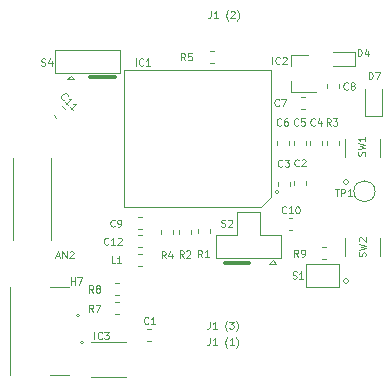
<source format=gbr>
%TF.GenerationSoftware,KiCad,Pcbnew,(5.1.8)-1*%
%TF.CreationDate,2021-03-28T09:39:19+02:00*%
%TF.ProjectId,KETCube_mainboard,4b455443-7562-4655-9f6d-61696e626f61,I*%
%TF.SameCoordinates,Original*%
%TF.FileFunction,Legend,Top*%
%TF.FilePolarity,Positive*%
%FSLAX46Y46*%
G04 Gerber Fmt 4.6, Leading zero omitted, Abs format (unit mm)*
G04 Created by KiCad (PCBNEW (5.1.8)-1) date 2021-03-28 09:39:19*
%MOMM*%
%LPD*%
G01*
G04 APERTURE LIST*
%ADD10C,0.300000*%
%ADD11C,0.120000*%
%ADD12C,0.100000*%
G04 APERTURE END LIST*
D10*
X149948900Y-104470200D02*
X152044400Y-104470200D01*
X138518900Y-88785700D02*
X140677900Y-88785700D01*
D11*
%TO.C,D4*%
X161004900Y-87798200D02*
X161004900Y-86598200D01*
X159154900Y-87798200D02*
X161004900Y-87798200D01*
X159154900Y-86598200D02*
X161004900Y-86598200D01*
%TO.C,IC1*%
X141397660Y-88202860D02*
X141397660Y-99802860D01*
X141397660Y-99802860D02*
X153007060Y-99802860D01*
X153897660Y-98905060D02*
X153897660Y-88202860D01*
X154547660Y-98502860D02*
G75*
G03*
X154547660Y-98502860I-150000J0D01*
G01*
X141397660Y-88202860D02*
X153897660Y-88202860D01*
X153896060Y-98905060D02*
X153007060Y-99794060D01*
%TO.C,C4*%
X158205900Y-94472979D02*
X158205900Y-94147421D01*
X157185900Y-94472979D02*
X157185900Y-94147421D01*
%TO.C,IC3*%
X138606400Y-111161700D02*
X141606400Y-111161700D01*
X141606400Y-114161700D02*
X138606400Y-114161700D01*
X138016600Y-111239300D02*
G75*
G03*
X138016600Y-111239300I-120000J0D01*
G01*
%TO.C,TP1*%
X162691400Y-98440200D02*
G75*
G03*
X162691400Y-98440200I-900000J0D01*
G01*
%TO.C,D7*%
X163320400Y-92048700D02*
X163320400Y-89763700D01*
X161850400Y-92048700D02*
X163320400Y-92048700D01*
X161850400Y-89763700D02*
X161850400Y-92048700D01*
%TO.C,SW2*%
X160433460Y-106016660D02*
G75*
G03*
X160433460Y-106016660I-200000J0D01*
G01*
X163067660Y-102412860D02*
X163067660Y-103880860D01*
X160167660Y-103880860D02*
X160167660Y-102412860D01*
%TO.C,SW1*%
X160433460Y-97634660D02*
G75*
G03*
X160433460Y-97634660I-200000J0D01*
G01*
X163067660Y-94030860D02*
X163067660Y-95498860D01*
X160167660Y-95498860D02*
X160167660Y-94030860D01*
%TO.C,S4*%
X135578400Y-86452200D02*
X141078400Y-86452200D01*
X141078400Y-86452200D02*
X141078400Y-88402200D01*
X141078400Y-88402200D02*
X135578400Y-88402200D01*
X135578400Y-88402200D02*
X135578400Y-86452200D01*
X136928400Y-88652200D02*
X136628400Y-88952200D01*
X136628400Y-88952200D02*
X137228400Y-88952200D01*
X137228400Y-88952200D02*
X136928400Y-88652200D01*
%TO.C,S2*%
X154309900Y-104573200D02*
X154009900Y-104273200D01*
X153709900Y-104573200D02*
X154309900Y-104573200D01*
X154009900Y-104273200D02*
X153709900Y-104573200D01*
X154730900Y-102123200D02*
X154730900Y-104073200D01*
X149230900Y-104073200D02*
X149230900Y-102123200D01*
X154730900Y-104073200D02*
X149230900Y-104073200D01*
X150980900Y-102123200D02*
X150980900Y-100149200D01*
X150980900Y-100149200D02*
X152980900Y-100149200D01*
X152980900Y-100149200D02*
X152980900Y-102123200D01*
X150980900Y-102123200D02*
X149230900Y-102123200D01*
X154730900Y-102123200D02*
X152980900Y-102123200D01*
%TO.C,S1*%
X156803900Y-106549700D02*
X156803900Y-104549700D01*
X159603900Y-106549700D02*
X156803900Y-106549700D01*
X159603900Y-104549700D02*
X159603900Y-106549700D01*
X156803900Y-104549700D02*
X159603900Y-104549700D01*
%TO.C,R9*%
X158231621Y-103144860D02*
X158557179Y-103144860D01*
X158231621Y-104164860D02*
X158557179Y-104164860D01*
%TO.C,R8*%
X141005779Y-107215400D02*
X140680221Y-107215400D01*
X141005779Y-106195400D02*
X140680221Y-106195400D01*
%TO.C,R7*%
X141031179Y-108790200D02*
X140705621Y-108790200D01*
X141031179Y-107770200D02*
X140705621Y-107770200D01*
%TO.C,R5*%
X149032179Y-87581200D02*
X148706621Y-87581200D01*
X149032179Y-86561200D02*
X148706621Y-86561200D01*
%TO.C,R4*%
X144549400Y-102029479D02*
X144549400Y-101703921D01*
X145569400Y-102029479D02*
X145569400Y-101703921D01*
%TO.C,R3*%
X159602900Y-94147421D02*
X159602900Y-94472979D01*
X158582900Y-94147421D02*
X158582900Y-94472979D01*
%TO.C,R2*%
X146073400Y-102039639D02*
X146073400Y-101714081D01*
X147093400Y-102039639D02*
X147093400Y-101714081D01*
%TO.C,R1*%
X148744400Y-101665921D02*
X148744400Y-101991479D01*
X147724400Y-101665921D02*
X147724400Y-101991479D01*
%TO.C,L1*%
X142658881Y-104777000D02*
X142984439Y-104777000D01*
X142658881Y-103757000D02*
X142984439Y-103757000D01*
%TO.C,IC2*%
X155538900Y-86888200D02*
X156998900Y-86888200D01*
X155538900Y-90048200D02*
X157698900Y-90048200D01*
X155538900Y-90048200D02*
X155538900Y-89118200D01*
X155538900Y-86888200D02*
X155538900Y-87818200D01*
%TO.C,H7*%
X136787660Y-114008860D02*
X135160660Y-114008860D01*
X136787660Y-106508860D02*
X135160660Y-106508860D01*
X131787660Y-114008860D02*
X131787660Y-106508860D01*
X137641260Y-108958860D02*
G75*
G02*
X137441260Y-108958860I-100000J0D01*
G01*
X137441260Y-108958860D02*
G75*
G02*
X137641260Y-108958860I100000J0D01*
G01*
%TO.C,C12*%
X142658881Y-103148860D02*
X142984439Y-103148860D01*
X142658881Y-102128860D02*
X142984439Y-102128860D01*
%TO.C,C11*%
X135487933Y-91962382D02*
X135718138Y-92192587D01*
X136209182Y-91241133D02*
X136439387Y-91471338D01*
%TO.C,C10*%
X155699679Y-100658200D02*
X155374121Y-100658200D01*
X155699679Y-101678200D02*
X155374121Y-101678200D01*
%TO.C,C9*%
X142658881Y-101624860D02*
X142984439Y-101624860D01*
X142658881Y-100604860D02*
X142984439Y-100604860D01*
%TO.C,C8*%
X158646400Y-89321421D02*
X158646400Y-89646979D01*
X159666400Y-89321421D02*
X159666400Y-89646979D01*
%TO.C,C7*%
X156453621Y-91454700D02*
X156779179Y-91454700D01*
X156453621Y-90434700D02*
X156779179Y-90434700D01*
%TO.C,C6*%
X155411900Y-94472979D02*
X155411900Y-94147421D01*
X154391900Y-94472979D02*
X154391900Y-94147421D01*
%TO.C,C5*%
X156808900Y-94472979D02*
X156808900Y-94147421D01*
X155788900Y-94472979D02*
X155788900Y-94147421D01*
%TO.C,C3*%
X154480800Y-97639921D02*
X154480800Y-97965479D01*
X155500800Y-97639921D02*
X155500800Y-97965479D01*
%TO.C,C2*%
X155827000Y-97601821D02*
X155827000Y-97927379D01*
X156847000Y-97601821D02*
X156847000Y-97927379D01*
%TO.C,C1*%
X143698179Y-110081600D02*
X143372621Y-110081600D01*
X143698179Y-111101600D02*
X143372621Y-111101600D01*
%TO.C,AN2*%
X135277660Y-102582860D02*
X135277660Y-95582860D01*
X132077660Y-102582860D02*
X132077660Y-95582860D01*
%TO.C,D4*%
D12*
X161228142Y-86987028D02*
X161228142Y-86387028D01*
X161371000Y-86387028D01*
X161456714Y-86415600D01*
X161513857Y-86472742D01*
X161542428Y-86529885D01*
X161571000Y-86644171D01*
X161571000Y-86729885D01*
X161542428Y-86844171D01*
X161513857Y-86901314D01*
X161456714Y-86958457D01*
X161371000Y-86987028D01*
X161228142Y-86987028D01*
X162085285Y-86587028D02*
X162085285Y-86987028D01*
X161942428Y-86358457D02*
X161799571Y-86787028D01*
X162171000Y-86787028D01*
%TO.C,IC1*%
X142441685Y-87787128D02*
X142441685Y-87187128D01*
X143070257Y-87729985D02*
X143041685Y-87758557D01*
X142955971Y-87787128D01*
X142898828Y-87787128D01*
X142813114Y-87758557D01*
X142755971Y-87701414D01*
X142727400Y-87644271D01*
X142698828Y-87529985D01*
X142698828Y-87444271D01*
X142727400Y-87329985D01*
X142755971Y-87272842D01*
X142813114Y-87215700D01*
X142898828Y-87187128D01*
X142955971Y-87187128D01*
X143041685Y-87215700D01*
X143070257Y-87244271D01*
X143641685Y-87787128D02*
X143298828Y-87787128D01*
X143470257Y-87787128D02*
X143470257Y-87187128D01*
X143413114Y-87272842D01*
X143355971Y-87329985D01*
X143298828Y-87358557D01*
%TO.C,J1*%
X148685714Y-110871428D02*
X148685714Y-111300000D01*
X148657142Y-111385714D01*
X148600000Y-111442857D01*
X148514285Y-111471428D01*
X148457142Y-111471428D01*
X149285714Y-111471428D02*
X148942857Y-111471428D01*
X149114285Y-111471428D02*
X149114285Y-110871428D01*
X149057142Y-110957142D01*
X149000000Y-111014285D01*
X148942857Y-111042857D01*
X150171428Y-111700000D02*
X150142857Y-111671428D01*
X150085714Y-111585714D01*
X150057142Y-111528571D01*
X150028571Y-111442857D01*
X150000000Y-111300000D01*
X150000000Y-111185714D01*
X150028571Y-111042857D01*
X150057142Y-110957142D01*
X150085714Y-110900000D01*
X150142857Y-110814285D01*
X150171428Y-110785714D01*
X150714285Y-111471428D02*
X150371428Y-111471428D01*
X150542857Y-111471428D02*
X150542857Y-110871428D01*
X150485714Y-110957142D01*
X150428571Y-111014285D01*
X150371428Y-111042857D01*
X150914285Y-111700000D02*
X150942857Y-111671428D01*
X151000000Y-111585714D01*
X151028571Y-111528571D01*
X151057142Y-111442857D01*
X151085714Y-111300000D01*
X151085714Y-111185714D01*
X151057142Y-111042857D01*
X151028571Y-110957142D01*
X151000000Y-110900000D01*
X150942857Y-110814285D01*
X150914285Y-110785714D01*
X148785714Y-83171428D02*
X148785714Y-83600000D01*
X148757142Y-83685714D01*
X148700000Y-83742857D01*
X148614285Y-83771428D01*
X148557142Y-83771428D01*
X149385714Y-83771428D02*
X149042857Y-83771428D01*
X149214285Y-83771428D02*
X149214285Y-83171428D01*
X149157142Y-83257142D01*
X149100000Y-83314285D01*
X149042857Y-83342857D01*
X150271428Y-84000000D02*
X150242857Y-83971428D01*
X150185714Y-83885714D01*
X150157142Y-83828571D01*
X150128571Y-83742857D01*
X150100000Y-83600000D01*
X150100000Y-83485714D01*
X150128571Y-83342857D01*
X150157142Y-83257142D01*
X150185714Y-83200000D01*
X150242857Y-83114285D01*
X150271428Y-83085714D01*
X150471428Y-83228571D02*
X150500000Y-83200000D01*
X150557142Y-83171428D01*
X150700000Y-83171428D01*
X150757142Y-83200000D01*
X150785714Y-83228571D01*
X150814285Y-83285714D01*
X150814285Y-83342857D01*
X150785714Y-83428571D01*
X150442857Y-83771428D01*
X150814285Y-83771428D01*
X151014285Y-84000000D02*
X151042857Y-83971428D01*
X151100000Y-83885714D01*
X151128571Y-83828571D01*
X151157142Y-83742857D01*
X151185714Y-83600000D01*
X151185714Y-83485714D01*
X151157142Y-83342857D01*
X151128571Y-83257142D01*
X151100000Y-83200000D01*
X151042857Y-83114285D01*
X151014285Y-83085714D01*
X148685714Y-109471428D02*
X148685714Y-109900000D01*
X148657142Y-109985714D01*
X148600000Y-110042857D01*
X148514285Y-110071428D01*
X148457142Y-110071428D01*
X149285714Y-110071428D02*
X148942857Y-110071428D01*
X149114285Y-110071428D02*
X149114285Y-109471428D01*
X149057142Y-109557142D01*
X149000000Y-109614285D01*
X148942857Y-109642857D01*
X150171428Y-110300000D02*
X150142857Y-110271428D01*
X150085714Y-110185714D01*
X150057142Y-110128571D01*
X150028571Y-110042857D01*
X150000000Y-109900000D01*
X150000000Y-109785714D01*
X150028571Y-109642857D01*
X150057142Y-109557142D01*
X150085714Y-109500000D01*
X150142857Y-109414285D01*
X150171428Y-109385714D01*
X150342857Y-109471428D02*
X150714285Y-109471428D01*
X150514285Y-109700000D01*
X150600000Y-109700000D01*
X150657142Y-109728571D01*
X150685714Y-109757142D01*
X150714285Y-109814285D01*
X150714285Y-109957142D01*
X150685714Y-110014285D01*
X150657142Y-110042857D01*
X150600000Y-110071428D01*
X150428571Y-110071428D01*
X150371428Y-110042857D01*
X150342857Y-110014285D01*
X150914285Y-110300000D02*
X150942857Y-110271428D01*
X151000000Y-110185714D01*
X151028571Y-110128571D01*
X151057142Y-110042857D01*
X151085714Y-109900000D01*
X151085714Y-109785714D01*
X151057142Y-109642857D01*
X151028571Y-109557142D01*
X151000000Y-109500000D01*
X150942857Y-109414285D01*
X150914285Y-109385714D01*
%TO.C,C4*%
X157595900Y-92809985D02*
X157567328Y-92838557D01*
X157481614Y-92867128D01*
X157424471Y-92867128D01*
X157338757Y-92838557D01*
X157281614Y-92781414D01*
X157253042Y-92724271D01*
X157224471Y-92609985D01*
X157224471Y-92524271D01*
X157253042Y-92409985D01*
X157281614Y-92352842D01*
X157338757Y-92295700D01*
X157424471Y-92267128D01*
X157481614Y-92267128D01*
X157567328Y-92295700D01*
X157595900Y-92324271D01*
X158110185Y-92467128D02*
X158110185Y-92867128D01*
X157967328Y-92238557D02*
X157824471Y-92667128D01*
X158195900Y-92667128D01*
%TO.C,IC3*%
X138936485Y-110939228D02*
X138936485Y-110339228D01*
X139565057Y-110882085D02*
X139536485Y-110910657D01*
X139450771Y-110939228D01*
X139393628Y-110939228D01*
X139307914Y-110910657D01*
X139250771Y-110853514D01*
X139222200Y-110796371D01*
X139193628Y-110682085D01*
X139193628Y-110596371D01*
X139222200Y-110482085D01*
X139250771Y-110424942D01*
X139307914Y-110367800D01*
X139393628Y-110339228D01*
X139450771Y-110339228D01*
X139536485Y-110367800D01*
X139565057Y-110396371D01*
X139765057Y-110339228D02*
X140136485Y-110339228D01*
X139936485Y-110567800D01*
X140022200Y-110567800D01*
X140079342Y-110596371D01*
X140107914Y-110624942D01*
X140136485Y-110682085D01*
X140136485Y-110824942D01*
X140107914Y-110882085D01*
X140079342Y-110910657D01*
X140022200Y-110939228D01*
X139850771Y-110939228D01*
X139793628Y-110910657D01*
X139765057Y-110882085D01*
%TO.C,TP1*%
X159262857Y-98223428D02*
X159605714Y-98223428D01*
X159434285Y-98823428D02*
X159434285Y-98223428D01*
X159805714Y-98823428D02*
X159805714Y-98223428D01*
X160034285Y-98223428D01*
X160091428Y-98252000D01*
X160120000Y-98280571D01*
X160148571Y-98337714D01*
X160148571Y-98423428D01*
X160120000Y-98480571D01*
X160091428Y-98509142D01*
X160034285Y-98537714D01*
X159805714Y-98537714D01*
X160720000Y-98823428D02*
X160377142Y-98823428D01*
X160548571Y-98823428D02*
X160548571Y-98223428D01*
X160491428Y-98309142D01*
X160434285Y-98366285D01*
X160377142Y-98394857D01*
%TO.C,D7*%
X162142542Y-88930128D02*
X162142542Y-88330128D01*
X162285400Y-88330128D01*
X162371114Y-88358700D01*
X162428257Y-88415842D01*
X162456828Y-88472985D01*
X162485400Y-88587271D01*
X162485400Y-88672985D01*
X162456828Y-88787271D01*
X162428257Y-88844414D01*
X162371114Y-88901557D01*
X162285400Y-88930128D01*
X162142542Y-88930128D01*
X162685400Y-88330128D02*
X163085400Y-88330128D01*
X162828257Y-88930128D01*
%TO.C,SW2*%
X161875757Y-103936700D02*
X161904328Y-103850985D01*
X161904328Y-103708128D01*
X161875757Y-103650985D01*
X161847185Y-103622414D01*
X161790042Y-103593842D01*
X161732900Y-103593842D01*
X161675757Y-103622414D01*
X161647185Y-103650985D01*
X161618614Y-103708128D01*
X161590042Y-103822414D01*
X161561471Y-103879557D01*
X161532900Y-103908128D01*
X161475757Y-103936700D01*
X161418614Y-103936700D01*
X161361471Y-103908128D01*
X161332900Y-103879557D01*
X161304328Y-103822414D01*
X161304328Y-103679557D01*
X161332900Y-103593842D01*
X161304328Y-103393842D02*
X161904328Y-103250985D01*
X161475757Y-103136700D01*
X161904328Y-103022414D01*
X161304328Y-102879557D01*
X161361471Y-102679557D02*
X161332900Y-102650985D01*
X161304328Y-102593842D01*
X161304328Y-102450985D01*
X161332900Y-102393842D01*
X161361471Y-102365271D01*
X161418614Y-102336700D01*
X161475757Y-102336700D01*
X161561471Y-102365271D01*
X161904328Y-102708128D01*
X161904328Y-102336700D01*
%TO.C,SW1*%
X161812257Y-95427700D02*
X161840828Y-95341985D01*
X161840828Y-95199128D01*
X161812257Y-95141985D01*
X161783685Y-95113414D01*
X161726542Y-95084842D01*
X161669400Y-95084842D01*
X161612257Y-95113414D01*
X161583685Y-95141985D01*
X161555114Y-95199128D01*
X161526542Y-95313414D01*
X161497971Y-95370557D01*
X161469400Y-95399128D01*
X161412257Y-95427700D01*
X161355114Y-95427700D01*
X161297971Y-95399128D01*
X161269400Y-95370557D01*
X161240828Y-95313414D01*
X161240828Y-95170557D01*
X161269400Y-95084842D01*
X161240828Y-94884842D02*
X161840828Y-94741985D01*
X161412257Y-94627700D01*
X161840828Y-94513414D01*
X161240828Y-94370557D01*
X161840828Y-93827700D02*
X161840828Y-94170557D01*
X161840828Y-93999128D02*
X161240828Y-93999128D01*
X161326542Y-94056271D01*
X161383685Y-94113414D01*
X161412257Y-94170557D01*
%TO.C,S4*%
X134442257Y-87758557D02*
X134527971Y-87787128D01*
X134670828Y-87787128D01*
X134727971Y-87758557D01*
X134756542Y-87729985D01*
X134785114Y-87672842D01*
X134785114Y-87615700D01*
X134756542Y-87558557D01*
X134727971Y-87529985D01*
X134670828Y-87501414D01*
X134556542Y-87472842D01*
X134499400Y-87444271D01*
X134470828Y-87415700D01*
X134442257Y-87358557D01*
X134442257Y-87301414D01*
X134470828Y-87244271D01*
X134499400Y-87215700D01*
X134556542Y-87187128D01*
X134699400Y-87187128D01*
X134785114Y-87215700D01*
X135299400Y-87387128D02*
X135299400Y-87787128D01*
X135156542Y-87158557D02*
X135013685Y-87587128D01*
X135385114Y-87587128D01*
%TO.C,S2*%
X149682257Y-101411057D02*
X149767971Y-101439628D01*
X149910828Y-101439628D01*
X149967971Y-101411057D01*
X149996542Y-101382485D01*
X150025114Y-101325342D01*
X150025114Y-101268200D01*
X149996542Y-101211057D01*
X149967971Y-101182485D01*
X149910828Y-101153914D01*
X149796542Y-101125342D01*
X149739400Y-101096771D01*
X149710828Y-101068200D01*
X149682257Y-101011057D01*
X149682257Y-100953914D01*
X149710828Y-100896771D01*
X149739400Y-100868200D01*
X149796542Y-100839628D01*
X149939400Y-100839628D01*
X150025114Y-100868200D01*
X150253685Y-100896771D02*
X150282257Y-100868200D01*
X150339400Y-100839628D01*
X150482257Y-100839628D01*
X150539400Y-100868200D01*
X150567971Y-100896771D01*
X150596542Y-100953914D01*
X150596542Y-101011057D01*
X150567971Y-101096771D01*
X150225114Y-101439628D01*
X150596542Y-101439628D01*
%TO.C,S1*%
X155714757Y-105792557D02*
X155800471Y-105821128D01*
X155943328Y-105821128D01*
X156000471Y-105792557D01*
X156029042Y-105763985D01*
X156057614Y-105706842D01*
X156057614Y-105649700D01*
X156029042Y-105592557D01*
X156000471Y-105563985D01*
X155943328Y-105535414D01*
X155829042Y-105506842D01*
X155771900Y-105478271D01*
X155743328Y-105449700D01*
X155714757Y-105392557D01*
X155714757Y-105335414D01*
X155743328Y-105278271D01*
X155771900Y-105249700D01*
X155829042Y-105221128D01*
X155971900Y-105221128D01*
X156057614Y-105249700D01*
X156629042Y-105821128D02*
X156286185Y-105821128D01*
X156457614Y-105821128D02*
X156457614Y-105221128D01*
X156400471Y-105306842D01*
X156343328Y-105363985D01*
X156286185Y-105392557D01*
%TO.C,R9*%
X156198900Y-103979628D02*
X155998900Y-103693914D01*
X155856042Y-103979628D02*
X155856042Y-103379628D01*
X156084614Y-103379628D01*
X156141757Y-103408200D01*
X156170328Y-103436771D01*
X156198900Y-103493914D01*
X156198900Y-103579628D01*
X156170328Y-103636771D01*
X156141757Y-103665342D01*
X156084614Y-103693914D01*
X155856042Y-103693914D01*
X156484614Y-103979628D02*
X156598900Y-103979628D01*
X156656042Y-103951057D01*
X156684614Y-103922485D01*
X156741757Y-103836771D01*
X156770328Y-103722485D01*
X156770328Y-103493914D01*
X156741757Y-103436771D01*
X156713185Y-103408200D01*
X156656042Y-103379628D01*
X156541757Y-103379628D01*
X156484614Y-103408200D01*
X156456042Y-103436771D01*
X156427471Y-103493914D01*
X156427471Y-103636771D01*
X156456042Y-103693914D01*
X156484614Y-103722485D01*
X156541757Y-103751057D01*
X156656042Y-103751057D01*
X156713185Y-103722485D01*
X156741757Y-103693914D01*
X156770328Y-103636771D01*
%TO.C,R8*%
X138838000Y-107002228D02*
X138638000Y-106716514D01*
X138495142Y-107002228D02*
X138495142Y-106402228D01*
X138723714Y-106402228D01*
X138780857Y-106430800D01*
X138809428Y-106459371D01*
X138838000Y-106516514D01*
X138838000Y-106602228D01*
X138809428Y-106659371D01*
X138780857Y-106687942D01*
X138723714Y-106716514D01*
X138495142Y-106716514D01*
X139180857Y-106659371D02*
X139123714Y-106630800D01*
X139095142Y-106602228D01*
X139066571Y-106545085D01*
X139066571Y-106516514D01*
X139095142Y-106459371D01*
X139123714Y-106430800D01*
X139180857Y-106402228D01*
X139295142Y-106402228D01*
X139352285Y-106430800D01*
X139380857Y-106459371D01*
X139409428Y-106516514D01*
X139409428Y-106545085D01*
X139380857Y-106602228D01*
X139352285Y-106630800D01*
X139295142Y-106659371D01*
X139180857Y-106659371D01*
X139123714Y-106687942D01*
X139095142Y-106716514D01*
X139066571Y-106773657D01*
X139066571Y-106887942D01*
X139095142Y-106945085D01*
X139123714Y-106973657D01*
X139180857Y-107002228D01*
X139295142Y-107002228D01*
X139352285Y-106973657D01*
X139380857Y-106945085D01*
X139409428Y-106887942D01*
X139409428Y-106773657D01*
X139380857Y-106716514D01*
X139352285Y-106687942D01*
X139295142Y-106659371D01*
%TO.C,R7*%
X138838000Y-108627828D02*
X138638000Y-108342114D01*
X138495142Y-108627828D02*
X138495142Y-108027828D01*
X138723714Y-108027828D01*
X138780857Y-108056400D01*
X138809428Y-108084971D01*
X138838000Y-108142114D01*
X138838000Y-108227828D01*
X138809428Y-108284971D01*
X138780857Y-108313542D01*
X138723714Y-108342114D01*
X138495142Y-108342114D01*
X139038000Y-108027828D02*
X139438000Y-108027828D01*
X139180857Y-108627828D01*
%TO.C,R5*%
X146610400Y-87352788D02*
X146410400Y-87067074D01*
X146267542Y-87352788D02*
X146267542Y-86752788D01*
X146496114Y-86752788D01*
X146553257Y-86781360D01*
X146581828Y-86809931D01*
X146610400Y-86867074D01*
X146610400Y-86952788D01*
X146581828Y-87009931D01*
X146553257Y-87038502D01*
X146496114Y-87067074D01*
X146267542Y-87067074D01*
X147153257Y-86752788D02*
X146867542Y-86752788D01*
X146838971Y-87038502D01*
X146867542Y-87009931D01*
X146924685Y-86981360D01*
X147067542Y-86981360D01*
X147124685Y-87009931D01*
X147153257Y-87038502D01*
X147181828Y-87095645D01*
X147181828Y-87238502D01*
X147153257Y-87295645D01*
X147124685Y-87324217D01*
X147067542Y-87352788D01*
X146924685Y-87352788D01*
X146867542Y-87324217D01*
X146838971Y-87295645D01*
%TO.C,R4*%
X144959400Y-104106628D02*
X144759400Y-103820914D01*
X144616542Y-104106628D02*
X144616542Y-103506628D01*
X144845114Y-103506628D01*
X144902257Y-103535200D01*
X144930828Y-103563771D01*
X144959400Y-103620914D01*
X144959400Y-103706628D01*
X144930828Y-103763771D01*
X144902257Y-103792342D01*
X144845114Y-103820914D01*
X144616542Y-103820914D01*
X145473685Y-103706628D02*
X145473685Y-104106628D01*
X145330828Y-103478057D02*
X145187971Y-103906628D01*
X145559400Y-103906628D01*
%TO.C,R3*%
X158929400Y-92867128D02*
X158729400Y-92581414D01*
X158586542Y-92867128D02*
X158586542Y-92267128D01*
X158815114Y-92267128D01*
X158872257Y-92295700D01*
X158900828Y-92324271D01*
X158929400Y-92381414D01*
X158929400Y-92467128D01*
X158900828Y-92524271D01*
X158872257Y-92552842D01*
X158815114Y-92581414D01*
X158586542Y-92581414D01*
X159129400Y-92267128D02*
X159500828Y-92267128D01*
X159300828Y-92495700D01*
X159386542Y-92495700D01*
X159443685Y-92524271D01*
X159472257Y-92552842D01*
X159500828Y-92609985D01*
X159500828Y-92752842D01*
X159472257Y-92809985D01*
X159443685Y-92838557D01*
X159386542Y-92867128D01*
X159215114Y-92867128D01*
X159157971Y-92838557D01*
X159129400Y-92809985D01*
%TO.C,R2*%
X146483400Y-104043128D02*
X146283400Y-103757414D01*
X146140542Y-104043128D02*
X146140542Y-103443128D01*
X146369114Y-103443128D01*
X146426257Y-103471700D01*
X146454828Y-103500271D01*
X146483400Y-103557414D01*
X146483400Y-103643128D01*
X146454828Y-103700271D01*
X146426257Y-103728842D01*
X146369114Y-103757414D01*
X146140542Y-103757414D01*
X146711971Y-103500271D02*
X146740542Y-103471700D01*
X146797685Y-103443128D01*
X146940542Y-103443128D01*
X146997685Y-103471700D01*
X147026257Y-103500271D01*
X147054828Y-103557414D01*
X147054828Y-103614557D01*
X147026257Y-103700271D01*
X146683400Y-104043128D01*
X147054828Y-104043128D01*
%TO.C,R1*%
X148032800Y-104030428D02*
X147832800Y-103744714D01*
X147689942Y-104030428D02*
X147689942Y-103430428D01*
X147918514Y-103430428D01*
X147975657Y-103459000D01*
X148004228Y-103487571D01*
X148032800Y-103544714D01*
X148032800Y-103630428D01*
X148004228Y-103687571D01*
X147975657Y-103716142D01*
X147918514Y-103744714D01*
X147689942Y-103744714D01*
X148604228Y-104030428D02*
X148261371Y-104030428D01*
X148432800Y-104030428D02*
X148432800Y-103430428D01*
X148375657Y-103516142D01*
X148318514Y-103573285D01*
X148261371Y-103601857D01*
%TO.C,L1*%
X140704900Y-104528268D02*
X140419185Y-104528268D01*
X140419185Y-103928268D01*
X141219185Y-104528268D02*
X140876328Y-104528268D01*
X141047757Y-104528268D02*
X141047757Y-103928268D01*
X140990614Y-104013982D01*
X140933471Y-104071125D01*
X140876328Y-104099697D01*
%TO.C,IC2*%
X153998685Y-87660128D02*
X153998685Y-87060128D01*
X154627257Y-87602985D02*
X154598685Y-87631557D01*
X154512971Y-87660128D01*
X154455828Y-87660128D01*
X154370114Y-87631557D01*
X154312971Y-87574414D01*
X154284400Y-87517271D01*
X154255828Y-87402985D01*
X154255828Y-87317271D01*
X154284400Y-87202985D01*
X154312971Y-87145842D01*
X154370114Y-87088700D01*
X154455828Y-87060128D01*
X154512971Y-87060128D01*
X154598685Y-87088700D01*
X154627257Y-87117271D01*
X154855828Y-87117271D02*
X154884400Y-87088700D01*
X154941542Y-87060128D01*
X155084400Y-87060128D01*
X155141542Y-87088700D01*
X155170114Y-87117271D01*
X155198685Y-87174414D01*
X155198685Y-87231557D01*
X155170114Y-87317271D01*
X154827257Y-87660128D01*
X155198685Y-87660128D01*
%TO.C,H7*%
X136918757Y-106329128D02*
X136918757Y-105729128D01*
X136918757Y-106014842D02*
X137261614Y-106014842D01*
X137261614Y-106329128D02*
X137261614Y-105729128D01*
X137490185Y-105729128D02*
X137890185Y-105729128D01*
X137633042Y-106329128D01*
%TO.C,C12*%
X140101685Y-102906485D02*
X140073114Y-102935057D01*
X139987400Y-102963628D01*
X139930257Y-102963628D01*
X139844542Y-102935057D01*
X139787400Y-102877914D01*
X139758828Y-102820771D01*
X139730257Y-102706485D01*
X139730257Y-102620771D01*
X139758828Y-102506485D01*
X139787400Y-102449342D01*
X139844542Y-102392200D01*
X139930257Y-102363628D01*
X139987400Y-102363628D01*
X140073114Y-102392200D01*
X140101685Y-102420771D01*
X140673114Y-102963628D02*
X140330257Y-102963628D01*
X140501685Y-102963628D02*
X140501685Y-102363628D01*
X140444542Y-102449342D01*
X140387400Y-102506485D01*
X140330257Y-102535057D01*
X140901685Y-102420771D02*
X140930257Y-102392200D01*
X140987400Y-102363628D01*
X141130257Y-102363628D01*
X141187400Y-102392200D01*
X141215971Y-102420771D01*
X141244542Y-102477914D01*
X141244542Y-102535057D01*
X141215971Y-102620771D01*
X140873114Y-102963628D01*
X141244542Y-102963628D01*
%TO.C,C11*%
X136316635Y-90696481D02*
X136276229Y-90696481D01*
X136195417Y-90656075D01*
X136155011Y-90615669D01*
X136114605Y-90534857D01*
X136114605Y-90454045D01*
X136134808Y-90393435D01*
X136195417Y-90292420D01*
X136256026Y-90231811D01*
X136357042Y-90171202D01*
X136417651Y-90150999D01*
X136498463Y-90150999D01*
X136579275Y-90191405D01*
X136619681Y-90231811D01*
X136660087Y-90312623D01*
X136660087Y-90353029D01*
X136680290Y-91140948D02*
X136437854Y-90898512D01*
X136559072Y-91019730D02*
X136983336Y-90595466D01*
X136882321Y-90615669D01*
X136801509Y-90615669D01*
X136740900Y-90595466D01*
X137084351Y-91545009D02*
X136841915Y-91302573D01*
X136963133Y-91423791D02*
X137387397Y-90999527D01*
X137286382Y-91019730D01*
X137205570Y-91019730D01*
X137144961Y-90999527D01*
%TO.C,C10*%
D11*
X155151185Y-100239485D02*
X155122614Y-100268057D01*
X155036900Y-100296628D01*
X154979757Y-100296628D01*
X154894042Y-100268057D01*
X154836900Y-100210914D01*
X154808328Y-100153771D01*
X154779757Y-100039485D01*
X154779757Y-99953771D01*
X154808328Y-99839485D01*
X154836900Y-99782342D01*
X154894042Y-99725200D01*
X154979757Y-99696628D01*
X155036900Y-99696628D01*
X155122614Y-99725200D01*
X155151185Y-99753771D01*
X155722614Y-100296628D02*
X155379757Y-100296628D01*
X155551185Y-100296628D02*
X155551185Y-99696628D01*
X155494042Y-99782342D01*
X155436900Y-99839485D01*
X155379757Y-99868057D01*
X156094042Y-99696628D02*
X156151185Y-99696628D01*
X156208328Y-99725200D01*
X156236900Y-99753771D01*
X156265471Y-99810914D01*
X156294042Y-99925200D01*
X156294042Y-100068057D01*
X156265471Y-100182342D01*
X156236900Y-100239485D01*
X156208328Y-100268057D01*
X156151185Y-100296628D01*
X156094042Y-100296628D01*
X156036900Y-100268057D01*
X156008328Y-100239485D01*
X155979757Y-100182342D01*
X155951185Y-100068057D01*
X155951185Y-99925200D01*
X155979757Y-99810914D01*
X156008328Y-99753771D01*
X156036900Y-99725200D01*
X156094042Y-99696628D01*
%TO.C,C9*%
D12*
X140641400Y-101382485D02*
X140612828Y-101411057D01*
X140527114Y-101439628D01*
X140469971Y-101439628D01*
X140384257Y-101411057D01*
X140327114Y-101353914D01*
X140298542Y-101296771D01*
X140269971Y-101182485D01*
X140269971Y-101096771D01*
X140298542Y-100982485D01*
X140327114Y-100925342D01*
X140384257Y-100868200D01*
X140469971Y-100839628D01*
X140527114Y-100839628D01*
X140612828Y-100868200D01*
X140641400Y-100896771D01*
X140927114Y-101439628D02*
X141041400Y-101439628D01*
X141098542Y-101411057D01*
X141127114Y-101382485D01*
X141184257Y-101296771D01*
X141212828Y-101182485D01*
X141212828Y-100953914D01*
X141184257Y-100896771D01*
X141155685Y-100868200D01*
X141098542Y-100839628D01*
X140984257Y-100839628D01*
X140927114Y-100868200D01*
X140898542Y-100896771D01*
X140869971Y-100953914D01*
X140869971Y-101096771D01*
X140898542Y-101153914D01*
X140927114Y-101182485D01*
X140984257Y-101211057D01*
X141098542Y-101211057D01*
X141155685Y-101182485D01*
X141184257Y-101153914D01*
X141212828Y-101096771D01*
%TO.C,C8*%
X160389900Y-89761985D02*
X160361328Y-89790557D01*
X160275614Y-89819128D01*
X160218471Y-89819128D01*
X160132757Y-89790557D01*
X160075614Y-89733414D01*
X160047042Y-89676271D01*
X160018471Y-89561985D01*
X160018471Y-89476271D01*
X160047042Y-89361985D01*
X160075614Y-89304842D01*
X160132757Y-89247700D01*
X160218471Y-89219128D01*
X160275614Y-89219128D01*
X160361328Y-89247700D01*
X160389900Y-89276271D01*
X160732757Y-89476271D02*
X160675614Y-89447700D01*
X160647042Y-89419128D01*
X160618471Y-89361985D01*
X160618471Y-89333414D01*
X160647042Y-89276271D01*
X160675614Y-89247700D01*
X160732757Y-89219128D01*
X160847042Y-89219128D01*
X160904185Y-89247700D01*
X160932757Y-89276271D01*
X160961328Y-89333414D01*
X160961328Y-89361985D01*
X160932757Y-89419128D01*
X160904185Y-89447700D01*
X160847042Y-89476271D01*
X160732757Y-89476271D01*
X160675614Y-89504842D01*
X160647042Y-89533414D01*
X160618471Y-89590557D01*
X160618471Y-89704842D01*
X160647042Y-89761985D01*
X160675614Y-89790557D01*
X160732757Y-89819128D01*
X160847042Y-89819128D01*
X160904185Y-89790557D01*
X160932757Y-89761985D01*
X160961328Y-89704842D01*
X160961328Y-89590557D01*
X160932757Y-89533414D01*
X160904185Y-89504842D01*
X160847042Y-89476271D01*
%TO.C,C7*%
X154547900Y-91158985D02*
X154519328Y-91187557D01*
X154433614Y-91216128D01*
X154376471Y-91216128D01*
X154290757Y-91187557D01*
X154233614Y-91130414D01*
X154205042Y-91073271D01*
X154176471Y-90958985D01*
X154176471Y-90873271D01*
X154205042Y-90758985D01*
X154233614Y-90701842D01*
X154290757Y-90644700D01*
X154376471Y-90616128D01*
X154433614Y-90616128D01*
X154519328Y-90644700D01*
X154547900Y-90673271D01*
X154747900Y-90616128D02*
X155147900Y-90616128D01*
X154890757Y-91216128D01*
%TO.C,C6*%
X154738400Y-92809985D02*
X154709828Y-92838557D01*
X154624114Y-92867128D01*
X154566971Y-92867128D01*
X154481257Y-92838557D01*
X154424114Y-92781414D01*
X154395542Y-92724271D01*
X154366971Y-92609985D01*
X154366971Y-92524271D01*
X154395542Y-92409985D01*
X154424114Y-92352842D01*
X154481257Y-92295700D01*
X154566971Y-92267128D01*
X154624114Y-92267128D01*
X154709828Y-92295700D01*
X154738400Y-92324271D01*
X155252685Y-92267128D02*
X155138400Y-92267128D01*
X155081257Y-92295700D01*
X155052685Y-92324271D01*
X154995542Y-92409985D01*
X154966971Y-92524271D01*
X154966971Y-92752842D01*
X154995542Y-92809985D01*
X155024114Y-92838557D01*
X155081257Y-92867128D01*
X155195542Y-92867128D01*
X155252685Y-92838557D01*
X155281257Y-92809985D01*
X155309828Y-92752842D01*
X155309828Y-92609985D01*
X155281257Y-92552842D01*
X155252685Y-92524271D01*
X155195542Y-92495700D01*
X155081257Y-92495700D01*
X155024114Y-92524271D01*
X154995542Y-92552842D01*
X154966971Y-92609985D01*
%TO.C,C5*%
X156198900Y-92809985D02*
X156170328Y-92838557D01*
X156084614Y-92867128D01*
X156027471Y-92867128D01*
X155941757Y-92838557D01*
X155884614Y-92781414D01*
X155856042Y-92724271D01*
X155827471Y-92609985D01*
X155827471Y-92524271D01*
X155856042Y-92409985D01*
X155884614Y-92352842D01*
X155941757Y-92295700D01*
X156027471Y-92267128D01*
X156084614Y-92267128D01*
X156170328Y-92295700D01*
X156198900Y-92324271D01*
X156741757Y-92267128D02*
X156456042Y-92267128D01*
X156427471Y-92552842D01*
X156456042Y-92524271D01*
X156513185Y-92495700D01*
X156656042Y-92495700D01*
X156713185Y-92524271D01*
X156741757Y-92552842D01*
X156770328Y-92609985D01*
X156770328Y-92752842D01*
X156741757Y-92809985D01*
X156713185Y-92838557D01*
X156656042Y-92867128D01*
X156513185Y-92867128D01*
X156456042Y-92838557D01*
X156427471Y-92809985D01*
%TO.C,C3*%
X154827300Y-96302485D02*
X154798728Y-96331057D01*
X154713014Y-96359628D01*
X154655871Y-96359628D01*
X154570157Y-96331057D01*
X154513014Y-96273914D01*
X154484442Y-96216771D01*
X154455871Y-96102485D01*
X154455871Y-96016771D01*
X154484442Y-95902485D01*
X154513014Y-95845342D01*
X154570157Y-95788200D01*
X154655871Y-95759628D01*
X154713014Y-95759628D01*
X154798728Y-95788200D01*
X154827300Y-95816771D01*
X155027300Y-95759628D02*
X155398728Y-95759628D01*
X155198728Y-95988200D01*
X155284442Y-95988200D01*
X155341585Y-96016771D01*
X155370157Y-96045342D01*
X155398728Y-96102485D01*
X155398728Y-96245342D01*
X155370157Y-96302485D01*
X155341585Y-96331057D01*
X155284442Y-96359628D01*
X155113014Y-96359628D01*
X155055871Y-96331057D01*
X155027300Y-96302485D01*
%TO.C,C2*%
X156237000Y-96264385D02*
X156208428Y-96292957D01*
X156122714Y-96321528D01*
X156065571Y-96321528D01*
X155979857Y-96292957D01*
X155922714Y-96235814D01*
X155894142Y-96178671D01*
X155865571Y-96064385D01*
X155865571Y-95978671D01*
X155894142Y-95864385D01*
X155922714Y-95807242D01*
X155979857Y-95750100D01*
X156065571Y-95721528D01*
X156122714Y-95721528D01*
X156208428Y-95750100D01*
X156237000Y-95778671D01*
X156465571Y-95778671D02*
X156494142Y-95750100D01*
X156551285Y-95721528D01*
X156694142Y-95721528D01*
X156751285Y-95750100D01*
X156779857Y-95778671D01*
X156808428Y-95835814D01*
X156808428Y-95892957D01*
X156779857Y-95978671D01*
X156437000Y-96321528D01*
X156808428Y-96321528D01*
%TO.C,C1*%
X143500000Y-109614285D02*
X143471428Y-109642857D01*
X143385714Y-109671428D01*
X143328571Y-109671428D01*
X143242857Y-109642857D01*
X143185714Y-109585714D01*
X143157142Y-109528571D01*
X143128571Y-109414285D01*
X143128571Y-109328571D01*
X143157142Y-109214285D01*
X143185714Y-109157142D01*
X143242857Y-109100000D01*
X143328571Y-109071428D01*
X143385714Y-109071428D01*
X143471428Y-109100000D01*
X143500000Y-109128571D01*
X144071428Y-109671428D02*
X143728571Y-109671428D01*
X143900000Y-109671428D02*
X143900000Y-109071428D01*
X143842857Y-109157142D01*
X143785714Y-109214285D01*
X143728571Y-109242857D01*
%TO.C,AN2*%
X135680542Y-103935200D02*
X135966257Y-103935200D01*
X135623400Y-104106628D02*
X135823400Y-103506628D01*
X136023400Y-104106628D01*
X136223400Y-104106628D02*
X136223400Y-103506628D01*
X136566257Y-104106628D01*
X136566257Y-103506628D01*
X136823400Y-103563771D02*
X136851971Y-103535200D01*
X136909114Y-103506628D01*
X137051971Y-103506628D01*
X137109114Y-103535200D01*
X137137685Y-103563771D01*
X137166257Y-103620914D01*
X137166257Y-103678057D01*
X137137685Y-103763771D01*
X136794828Y-104106628D01*
X137166257Y-104106628D01*
%TD*%
M02*

</source>
